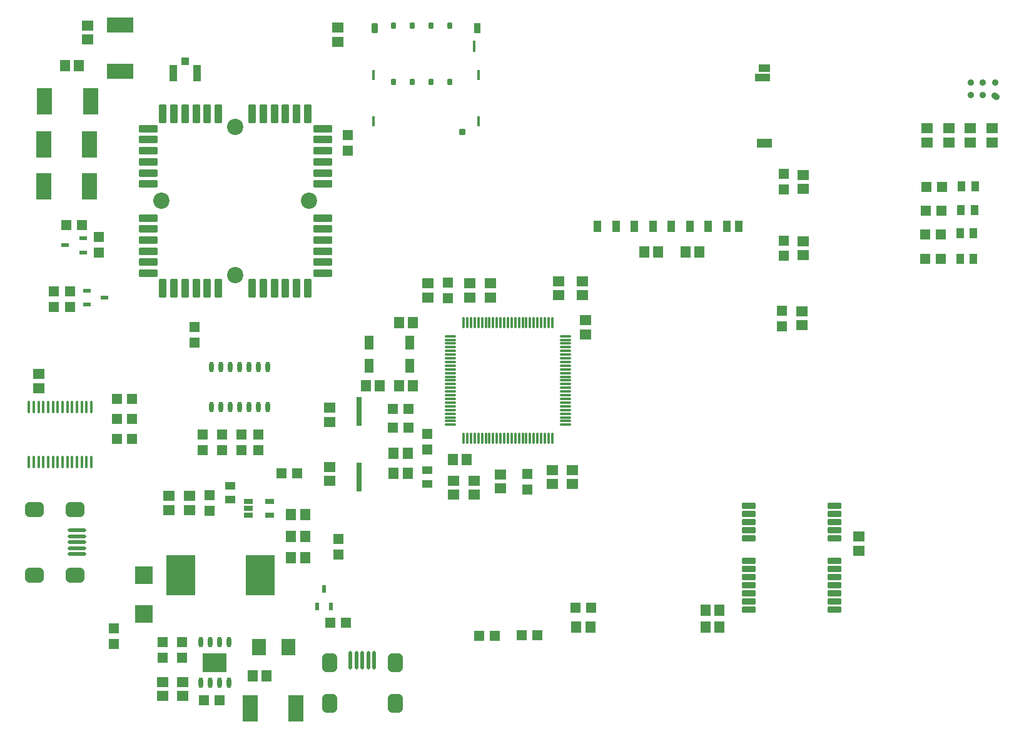
<source format=gtp>
G04 Layer_Color=8421504*
%FSLAX44Y44*%
%MOMM*%
G71*
G01*
G75*
%ADD11R,1.3500X1.4500*%
%ADD12R,1.4500X1.3500*%
G04:AMPARAMS|DCode=13|XSize=2mm|YSize=2.5mm|CornerRadius=0.5mm|HoleSize=0mm|Usage=FLASHONLY|Rotation=0.000|XOffset=0mm|YOffset=0mm|HoleType=Round|Shape=RoundedRectangle|*
%AMROUNDEDRECTD13*
21,1,2.0000,1.5000,0,0,0.0*
21,1,1.0000,2.5000,0,0,0.0*
1,1,1.0000,0.5000,-0.7500*
1,1,1.0000,-0.5000,-0.7500*
1,1,1.0000,-0.5000,0.7500*
1,1,1.0000,0.5000,0.7500*
%
%ADD13ROUNDEDRECTD13*%
%ADD14O,0.5000X2.5000*%
%ADD15R,1.0000X1.6000*%
%ADD16R,2.0000X1.2000*%
%ADD17R,1.5500X1.0000*%
%ADD18R,2.0000X1.0000*%
%ADD19R,3.5500X2.1500*%
%ADD20R,1.4000X1.5500*%
%ADD21R,1.5500X1.4000*%
%ADD22R,2.4500X2.4000*%
%ADD23R,2.1500X3.5500*%
%ADD24R,1.9500X2.2500*%
%ADD25R,3.9500X5.5000*%
G04:AMPARAMS|DCode=26|XSize=0.8mm|YSize=1.8mm|CornerRadius=0.1mm|HoleSize=0mm|Usage=FLASHONLY|Rotation=270.000|XOffset=0mm|YOffset=0mm|HoleType=Round|Shape=RoundedRectangle|*
%AMROUNDEDRECTD26*
21,1,0.8000,1.6000,0,0,270.0*
21,1,0.6000,1.8000,0,0,270.0*
1,1,0.2000,-0.8000,-0.3000*
1,1,0.2000,-0.8000,0.3000*
1,1,0.2000,0.8000,0.3000*
1,1,0.2000,0.8000,-0.3000*
%
%ADD26ROUNDEDRECTD26*%
%ADD27R,1.0000X0.6000*%
G04:AMPARAMS|DCode=28|XSize=2.5mm|YSize=1mm|CornerRadius=0.125mm|HoleSize=0mm|Usage=FLASHONLY|Rotation=90.000|XOffset=0mm|YOffset=0mm|HoleType=Round|Shape=RoundedRectangle|*
%AMROUNDEDRECTD28*
21,1,2.5000,0.7500,0,0,90.0*
21,1,2.2500,1.0000,0,0,90.0*
1,1,0.2500,0.3750,1.1250*
1,1,0.2500,0.3750,-1.1250*
1,1,0.2500,-0.3750,-1.1250*
1,1,0.2500,-0.3750,1.1250*
%
%ADD28ROUNDEDRECTD28*%
G04:AMPARAMS|DCode=29|XSize=2.5mm|YSize=1mm|CornerRadius=0.125mm|HoleSize=0mm|Usage=FLASHONLY|Rotation=180.000|XOffset=0mm|YOffset=0mm|HoleType=Round|Shape=RoundedRectangle|*
%AMROUNDEDRECTD29*
21,1,2.5000,0.7500,0,0,180.0*
21,1,2.2500,1.0000,0,0,180.0*
1,1,0.2500,-1.1250,0.3750*
1,1,0.2500,1.1250,0.3750*
1,1,0.2500,1.1250,-0.3750*
1,1,0.2500,-1.1250,-0.3750*
%
%ADD29ROUNDEDRECTD29*%
%ADD30C,2.2000*%
%ADD31O,0.6000X1.4500*%
%ADD32R,3.2000X2.5100*%
%ADD33R,1.2000X0.6500*%
G04:AMPARAMS|DCode=34|XSize=1.5mm|YSize=0.4mm|CornerRadius=0.05mm|HoleSize=0mm|Usage=FLASHONLY|Rotation=90.000|XOffset=0mm|YOffset=0mm|HoleType=Round|Shape=RoundedRectangle|*
%AMROUNDEDRECTD34*
21,1,1.5000,0.3000,0,0,90.0*
21,1,1.4000,0.4000,0,0,90.0*
1,1,0.1000,0.1500,0.7000*
1,1,0.1000,0.1500,-0.7000*
1,1,0.1000,-0.1500,-0.7000*
1,1,0.1000,-0.1500,0.7000*
%
%ADD34ROUNDEDRECTD34*%
G04:AMPARAMS|DCode=35|XSize=0.8mm|YSize=0.8mm|CornerRadius=0.1mm|HoleSize=0mm|Usage=FLASHONLY|Rotation=90.000|XOffset=0mm|YOffset=0mm|HoleType=Round|Shape=RoundedRectangle|*
%AMROUNDEDRECTD35*
21,1,0.8000,0.6000,0,0,90.0*
21,1,0.6000,0.8000,0,0,90.0*
1,1,0.2000,0.3000,0.3000*
1,1,0.2000,0.3000,-0.3000*
1,1,0.2000,-0.3000,-0.3000*
1,1,0.2000,-0.3000,0.3000*
%
%ADD35ROUNDEDRECTD35*%
G04:AMPARAMS|DCode=36|XSize=1.4mm|YSize=0.87mm|CornerRadius=0.1088mm|HoleSize=0mm|Usage=FLASHONLY|Rotation=90.000|XOffset=0mm|YOffset=0mm|HoleType=Round|Shape=RoundedRectangle|*
%AMROUNDEDRECTD36*
21,1,1.4000,0.6525,0,0,90.0*
21,1,1.1825,0.8700,0,0,90.0*
1,1,0.2175,0.3262,0.5913*
1,1,0.2175,0.3262,-0.5913*
1,1,0.2175,-0.3262,-0.5913*
1,1,0.2175,-0.3262,0.5913*
%
%ADD36ROUNDEDRECTD36*%
G04:AMPARAMS|DCode=37|XSize=1.4mm|YSize=0.42mm|CornerRadius=0.0525mm|HoleSize=0mm|Usage=FLASHONLY|Rotation=90.000|XOffset=0mm|YOffset=0mm|HoleType=Round|Shape=RoundedRectangle|*
%AMROUNDEDRECTD37*
21,1,1.4000,0.3150,0,0,90.0*
21,1,1.2950,0.4200,0,0,90.0*
1,1,0.1050,0.1575,0.6475*
1,1,0.1050,0.1575,-0.6475*
1,1,0.1050,-0.1575,-0.6475*
1,1,0.1050,-0.1575,0.6475*
%
%ADD37ROUNDEDRECTD37*%
G04:AMPARAMS|DCode=38|XSize=1.4mm|YSize=0.8mm|CornerRadius=0.1mm|HoleSize=0mm|Usage=FLASHONLY|Rotation=90.000|XOffset=0mm|YOffset=0mm|HoleType=Round|Shape=RoundedRectangle|*
%AMROUNDEDRECTD38*
21,1,1.4000,0.6000,0,0,90.0*
21,1,1.2000,0.8000,0,0,90.0*
1,1,0.2000,0.3000,0.6000*
1,1,0.2000,0.3000,-0.6000*
1,1,0.2000,-0.3000,-0.6000*
1,1,0.2000,-0.3000,0.6000*
%
%ADD38ROUNDEDRECTD38*%
G04:AMPARAMS|DCode=39|XSize=0.6mm|YSize=0.8mm|CornerRadius=0.075mm|HoleSize=0mm|Usage=FLASHONLY|Rotation=180.000|XOffset=0mm|YOffset=0mm|HoleType=Round|Shape=RoundedRectangle|*
%AMROUNDEDRECTD39*
21,1,0.6000,0.6500,0,0,180.0*
21,1,0.4500,0.8000,0,0,180.0*
1,1,0.1500,-0.2250,0.3250*
1,1,0.1500,0.2250,0.3250*
1,1,0.1500,0.2250,-0.3250*
1,1,0.1500,-0.2250,-0.3250*
%
%ADD39ROUNDEDRECTD39*%
%ADD40O,2.5000X0.5000*%
G04:AMPARAMS|DCode=41|XSize=2mm|YSize=2.5mm|CornerRadius=0.5mm|HoleSize=0mm|Usage=FLASHONLY|Rotation=270.000|XOffset=0mm|YOffset=0mm|HoleType=Round|Shape=RoundedRectangle|*
%AMROUNDEDRECTD41*
21,1,2.0000,1.5000,0,0,270.0*
21,1,1.0000,2.5000,0,0,270.0*
1,1,1.0000,-0.7500,-0.5000*
1,1,1.0000,-0.7500,0.5000*
1,1,1.0000,0.7500,0.5000*
1,1,1.0000,0.7500,-0.5000*
%
%ADD41ROUNDEDRECTD41*%
G04:AMPARAMS|DCode=42|XSize=1.05mm|YSize=2.2mm|CornerRadius=0.0525mm|HoleSize=0mm|Usage=FLASHONLY|Rotation=180.000|XOffset=0mm|YOffset=0mm|HoleType=Round|Shape=RoundedRectangle|*
%AMROUNDEDRECTD42*
21,1,1.0500,2.0950,0,0,180.0*
21,1,0.9450,2.2000,0,0,180.0*
1,1,0.1050,-0.4725,1.0475*
1,1,0.1050,0.4725,1.0475*
1,1,0.1050,0.4725,-1.0475*
1,1,0.1050,-0.4725,-1.0475*
%
%ADD42ROUNDEDRECTD42*%
G04:AMPARAMS|DCode=43|XSize=1.1mm|YSize=1.1mm|CornerRadius=0.11mm|HoleSize=0mm|Usage=FLASHONLY|Rotation=180.000|XOffset=0mm|YOffset=0mm|HoleType=Round|Shape=RoundedRectangle|*
%AMROUNDEDRECTD43*
21,1,1.1000,0.8800,0,0,180.0*
21,1,0.8800,1.1000,0,0,180.0*
1,1,0.2200,-0.4400,0.4400*
1,1,0.2200,0.4400,0.4400*
1,1,0.2200,0.4400,-0.4400*
1,1,0.2200,-0.4400,-0.4400*
%
%ADD43ROUNDEDRECTD43*%
%ADD44R,0.6500X4.0000*%
%ADD45R,1.3000X1.9000*%
%ADD46O,0.3500X1.6500*%
%ADD47O,1.6500X0.3500*%
%ADD48O,0.3000X1.8500*%
%ADD49R,1.4000X1.0000*%
%ADD50R,1.0000X1.4000*%
%ADD51R,0.6000X1.0000*%
%ADD52C,0.9100*%
D11*
X1569500Y1030000D02*
D03*
X1548500D02*
D03*
X1569500Y1057000D02*
D03*
X1548500D02*
D03*
X1569500Y1084000D02*
D03*
X1548500D02*
D03*
X2096500Y764000D02*
D03*
X2117500D02*
D03*
X1943500Y1070500D02*
D03*
X1922500D02*
D03*
Y1045000D02*
D03*
X1943500D02*
D03*
X2169500Y801000D02*
D03*
X2190500D02*
D03*
X2642500Y1274000D02*
D03*
X2663500D02*
D03*
X2663500Y1307000D02*
D03*
X2642500D02*
D03*
X2643500Y1339000D02*
D03*
X2664500D02*
D03*
X2644500Y1371000D02*
D03*
X2665500D02*
D03*
X1771500Y983000D02*
D03*
X1792500D02*
D03*
X1480500Y1319000D02*
D03*
X1501500D02*
D03*
X1687500Y676000D02*
D03*
X1666500D02*
D03*
X2039500Y763000D02*
D03*
X2060500D02*
D03*
X1837500Y781000D02*
D03*
X1858500D02*
D03*
D12*
X1849000Y894500D02*
D03*
Y873500D02*
D03*
X1545000Y773500D02*
D03*
Y752500D02*
D03*
X2449000Y1203500D02*
D03*
Y1182500D02*
D03*
X1997000Y1241500D02*
D03*
Y1220500D02*
D03*
X2451000Y1298500D02*
D03*
Y1277500D02*
D03*
X2451000Y1388500D02*
D03*
Y1367500D02*
D03*
X1969000Y1036500D02*
D03*
Y1015500D02*
D03*
X2104000Y982500D02*
D03*
Y961500D02*
D03*
X1524000Y1303500D02*
D03*
Y1282500D02*
D03*
X1691000Y1014500D02*
D03*
Y1035500D02*
D03*
X1665000Y1035500D02*
D03*
Y1014500D02*
D03*
X1654000Y1160500D02*
D03*
Y1181500D02*
D03*
X1717000Y1035500D02*
D03*
Y1014500D02*
D03*
X1740000D02*
D03*
Y1035500D02*
D03*
X1485000Y1208500D02*
D03*
Y1229500D02*
D03*
X1463000D02*
D03*
Y1208500D02*
D03*
X1611000Y754500D02*
D03*
Y733500D02*
D03*
X1637000Y754500D02*
D03*
Y733500D02*
D03*
X1674000Y953500D02*
D03*
Y932500D02*
D03*
X1861000Y1441500D02*
D03*
Y1420500D02*
D03*
D13*
X1925500Y672000D02*
D03*
X1836500D02*
D03*
X1925500Y727000D02*
D03*
X1836500D02*
D03*
D14*
X1865000Y730000D02*
D03*
X1873000D02*
D03*
X1881000D02*
D03*
X1889000D02*
D03*
X1897000D02*
D03*
D15*
X2199200Y1318000D02*
D03*
X2390800D02*
D03*
X2374300D02*
D03*
X2349300D02*
D03*
X2324300D02*
D03*
X2299300D02*
D03*
X2274200D02*
D03*
X2249200D02*
D03*
X2224200D02*
D03*
D16*
X2425000Y1430000D02*
D03*
D17*
Y1532000D02*
D03*
D18*
X2423000Y1519000D02*
D03*
D19*
X1553000Y1528000D02*
D03*
Y1590000D02*
D03*
D20*
X2318500Y1283000D02*
D03*
X2337500D02*
D03*
X2281500D02*
D03*
X2262500D02*
D03*
X2170500Y775000D02*
D03*
X2189500D02*
D03*
X1885500Y1102000D02*
D03*
X1904500D02*
D03*
X2022500Y1002000D02*
D03*
X2003500D02*
D03*
X1923500Y983000D02*
D03*
X1942500D02*
D03*
X1923500Y1010000D02*
D03*
X1942500D02*
D03*
X1930500Y1187000D02*
D03*
X1949500D02*
D03*
X1930500Y1102000D02*
D03*
X1949500D02*
D03*
X2345500Y775000D02*
D03*
X2364500D02*
D03*
X2345500Y798000D02*
D03*
X2364500D02*
D03*
X1803500Y869000D02*
D03*
X1784500D02*
D03*
X1803500Y898000D02*
D03*
X1784500D02*
D03*
X1803500Y927000D02*
D03*
X1784500D02*
D03*
X1751500Y709000D02*
D03*
X1732500D02*
D03*
X1478500Y1535000D02*
D03*
X1497500D02*
D03*
D21*
X2476000Y1183500D02*
D03*
Y1202500D02*
D03*
X2478000Y1368500D02*
D03*
Y1387500D02*
D03*
X1836500Y992000D02*
D03*
Y973000D02*
D03*
X2165000Y968500D02*
D03*
Y987500D02*
D03*
X2183000Y1190500D02*
D03*
Y1171500D02*
D03*
X2026000Y1240500D02*
D03*
Y1221500D02*
D03*
X2068000Y962500D02*
D03*
Y981500D02*
D03*
X2054000Y1240500D02*
D03*
Y1221500D02*
D03*
X2147000Y1243500D02*
D03*
Y1224500D02*
D03*
X2179000Y1243500D02*
D03*
Y1224500D02*
D03*
X2138000Y968500D02*
D03*
Y987500D02*
D03*
X2004000Y973500D02*
D03*
Y954500D02*
D03*
X2032000Y973500D02*
D03*
Y954500D02*
D03*
X1970000Y1240500D02*
D03*
Y1221500D02*
D03*
X2553000Y878500D02*
D03*
Y897500D02*
D03*
X2645000Y1431500D02*
D03*
Y1450500D02*
D03*
X1638000Y681500D02*
D03*
Y700500D02*
D03*
X1611000Y681500D02*
D03*
Y700500D02*
D03*
X1848000Y1567500D02*
D03*
Y1586500D02*
D03*
X1509000Y1589500D02*
D03*
Y1570500D02*
D03*
X1443000Y1117500D02*
D03*
Y1098500D02*
D03*
X1619000Y952500D02*
D03*
Y933500D02*
D03*
X1647000Y952500D02*
D03*
Y933500D02*
D03*
X1836500Y1053000D02*
D03*
Y1072000D02*
D03*
X2675000Y1431500D02*
D03*
Y1450500D02*
D03*
X2704000Y1431500D02*
D03*
Y1450500D02*
D03*
X2733000Y1431500D02*
D03*
Y1450500D02*
D03*
X2478000Y1278500D02*
D03*
Y1297500D02*
D03*
D22*
X1585000Y845000D02*
D03*
Y793000D02*
D03*
D23*
X1791000Y665000D02*
D03*
X1729000D02*
D03*
X1513000Y1487000D02*
D03*
X1451000D02*
D03*
X1512000Y1429000D02*
D03*
X1450000D02*
D03*
X1512000Y1372000D02*
D03*
X1450000D02*
D03*
D24*
X1781250Y748000D02*
D03*
X1740750D02*
D03*
D25*
X1635250Y845000D02*
D03*
X1742750D02*
D03*
D26*
X2520000Y799000D02*
D03*
Y810000D02*
D03*
Y821000D02*
D03*
Y832000D02*
D03*
Y843000D02*
D03*
Y854000D02*
D03*
Y865000D02*
D03*
Y895000D02*
D03*
Y906000D02*
D03*
Y917000D02*
D03*
Y928000D02*
D03*
Y939000D02*
D03*
X2404000D02*
D03*
Y928000D02*
D03*
Y917000D02*
D03*
Y906000D02*
D03*
Y895000D02*
D03*
Y865000D02*
D03*
Y854000D02*
D03*
Y843000D02*
D03*
Y832000D02*
D03*
Y821000D02*
D03*
Y810000D02*
D03*
Y799000D02*
D03*
D27*
X1503000Y1282500D02*
D03*
Y1301500D02*
D03*
X1479000Y1292000D02*
D03*
X1508000Y1230500D02*
D03*
Y1211500D02*
D03*
X1532000Y1221000D02*
D03*
D28*
X1807000Y1470000D02*
D03*
X1792000D02*
D03*
X1777000D02*
D03*
X1762000D02*
D03*
X1747000D02*
D03*
X1732000D02*
D03*
X1686000D02*
D03*
X1671000D02*
D03*
X1656000D02*
D03*
X1641000D02*
D03*
X1626000D02*
D03*
X1611000D02*
D03*
X1807000Y1234000D02*
D03*
X1792000D02*
D03*
X1777000D02*
D03*
X1762000D02*
D03*
X1747000D02*
D03*
X1732000D02*
D03*
X1686000D02*
D03*
X1671000D02*
D03*
X1656000D02*
D03*
X1641000D02*
D03*
X1626000D02*
D03*
X1611000D02*
D03*
D29*
X1827000Y1450000D02*
D03*
Y1435000D02*
D03*
Y1420000D02*
D03*
Y1405000D02*
D03*
Y1390000D02*
D03*
Y1375000D02*
D03*
Y1329000D02*
D03*
Y1314000D02*
D03*
Y1299000D02*
D03*
Y1284000D02*
D03*
Y1269000D02*
D03*
Y1254000D02*
D03*
X1591000D02*
D03*
Y1269000D02*
D03*
Y1284000D02*
D03*
Y1299000D02*
D03*
Y1314000D02*
D03*
Y1329000D02*
D03*
Y1375000D02*
D03*
Y1390000D02*
D03*
Y1405000D02*
D03*
Y1420000D02*
D03*
Y1435000D02*
D03*
Y1450000D02*
D03*
D30*
X1609000Y1352000D02*
D03*
X1709000Y1252000D02*
D03*
X1809000Y1352000D02*
D03*
X1709000Y1452000D02*
D03*
D31*
X1700050Y754250D02*
D03*
X1687350D02*
D03*
X1674650D02*
D03*
X1661950D02*
D03*
X1700050Y699750D02*
D03*
X1687350D02*
D03*
X1674650D02*
D03*
X1661950D02*
D03*
X1676900Y1072750D02*
D03*
X1689600D02*
D03*
X1702300D02*
D03*
X1715000D02*
D03*
X1727700D02*
D03*
X1740400D02*
D03*
X1753100D02*
D03*
X1676900Y1127250D02*
D03*
X1689600D02*
D03*
X1702300D02*
D03*
X1715000D02*
D03*
X1727700D02*
D03*
X1740400D02*
D03*
X1753100D02*
D03*
D32*
X1681000Y727000D02*
D03*
D33*
X1755750Y945500D02*
D03*
Y926500D02*
D03*
X1726250D02*
D03*
Y936000D02*
D03*
Y945500D02*
D03*
D34*
X2032200Y1561200D02*
D03*
D35*
X2016600Y1445900D02*
D03*
D36*
X2036300Y1585900D02*
D03*
D37*
X2038000Y1522400D02*
D03*
Y1459800D02*
D03*
X1895700D02*
D03*
Y1522400D02*
D03*
D38*
X1897300Y1585900D02*
D03*
D39*
X1999200Y1589200D02*
D03*
X1973800D02*
D03*
X1948400D02*
D03*
X1923000D02*
D03*
X1999200Y1513000D02*
D03*
X1973800D02*
D03*
X1948400D02*
D03*
X1923000D02*
D03*
D40*
X1495000Y874000D02*
D03*
Y882000D02*
D03*
Y890000D02*
D03*
Y898000D02*
D03*
Y906000D02*
D03*
D41*
X1492000Y934500D02*
D03*
Y845500D02*
D03*
X1437000Y934500D02*
D03*
Y845500D02*
D03*
D42*
X1625000Y1525000D02*
D03*
X1657000D02*
D03*
D43*
X1641000Y1541000D02*
D03*
D44*
X1876500Y1067000D02*
D03*
Y978000D02*
D03*
D45*
X1945000Y1160500D02*
D03*
X1890000D02*
D03*
X1945000Y1128500D02*
D03*
X1890000D02*
D03*
D46*
X2018000Y1187250D02*
D03*
X2023000D02*
D03*
X2028000D02*
D03*
X2033000D02*
D03*
X2038000D02*
D03*
X2043000D02*
D03*
X2048000D02*
D03*
X2053000D02*
D03*
X2058000D02*
D03*
X2063000D02*
D03*
X2068000D02*
D03*
X2073000D02*
D03*
X2078000D02*
D03*
X2083000D02*
D03*
X2088000D02*
D03*
X2093000D02*
D03*
X2098000D02*
D03*
X2103000D02*
D03*
X2108000D02*
D03*
X2113000D02*
D03*
X2118000D02*
D03*
X2123000D02*
D03*
X2128000D02*
D03*
X2133000D02*
D03*
X2138000D02*
D03*
Y1030750D02*
D03*
X2133000D02*
D03*
X2128000D02*
D03*
X2123000D02*
D03*
X2118000D02*
D03*
X2113000D02*
D03*
X2108000D02*
D03*
X2103000D02*
D03*
X2098000D02*
D03*
X2093000D02*
D03*
X2088000D02*
D03*
X2083000D02*
D03*
X2078000D02*
D03*
X2073000D02*
D03*
X2068000D02*
D03*
X2063000D02*
D03*
X2058000D02*
D03*
X2053000D02*
D03*
X2048000D02*
D03*
X2043000D02*
D03*
X2038000D02*
D03*
X2033000D02*
D03*
X2028000D02*
D03*
X2023000D02*
D03*
X2018000D02*
D03*
D47*
X2156250Y1169000D02*
D03*
Y1164000D02*
D03*
Y1159000D02*
D03*
Y1154000D02*
D03*
Y1149000D02*
D03*
Y1144000D02*
D03*
Y1139000D02*
D03*
Y1134000D02*
D03*
Y1129000D02*
D03*
Y1124000D02*
D03*
Y1119000D02*
D03*
Y1114000D02*
D03*
Y1109000D02*
D03*
Y1104000D02*
D03*
Y1099000D02*
D03*
Y1094000D02*
D03*
Y1089000D02*
D03*
Y1084000D02*
D03*
Y1079000D02*
D03*
Y1074000D02*
D03*
Y1069000D02*
D03*
Y1064000D02*
D03*
Y1059000D02*
D03*
Y1054000D02*
D03*
Y1049000D02*
D03*
X1999750D02*
D03*
Y1054000D02*
D03*
Y1059000D02*
D03*
Y1064000D02*
D03*
Y1069000D02*
D03*
Y1074000D02*
D03*
Y1079000D02*
D03*
Y1084000D02*
D03*
Y1089000D02*
D03*
Y1094000D02*
D03*
Y1099000D02*
D03*
Y1104000D02*
D03*
Y1109000D02*
D03*
Y1114000D02*
D03*
Y1119000D02*
D03*
Y1124000D02*
D03*
Y1129000D02*
D03*
Y1134000D02*
D03*
Y1139000D02*
D03*
Y1144000D02*
D03*
Y1149000D02*
D03*
Y1154000D02*
D03*
Y1159000D02*
D03*
Y1164000D02*
D03*
Y1169000D02*
D03*
D48*
X1514250Y1073250D02*
D03*
X1507750D02*
D03*
X1501250D02*
D03*
X1494750D02*
D03*
X1488250D02*
D03*
X1481750D02*
D03*
X1475250D02*
D03*
X1468750D02*
D03*
X1462250D02*
D03*
X1455750D02*
D03*
X1449250D02*
D03*
X1442750D02*
D03*
X1436250D02*
D03*
X1429750D02*
D03*
X1514250Y998750D02*
D03*
X1507750D02*
D03*
X1501250D02*
D03*
X1494750D02*
D03*
X1488250D02*
D03*
X1481750D02*
D03*
X1475250D02*
D03*
X1468750D02*
D03*
X1462250D02*
D03*
X1455750D02*
D03*
X1449250D02*
D03*
X1442750D02*
D03*
X1436250D02*
D03*
X1429750D02*
D03*
D49*
X1969000Y968750D02*
D03*
Y987250D02*
D03*
X1702000Y947750D02*
D03*
Y966250D02*
D03*
D50*
X2710250Y1372000D02*
D03*
X2691750D02*
D03*
X2690750Y1340000D02*
D03*
X2709250D02*
D03*
X2708250Y1308000D02*
D03*
X2689750D02*
D03*
X2689750Y1274000D02*
D03*
X2708250D02*
D03*
D51*
X1829000Y827000D02*
D03*
X1838500Y803000D02*
D03*
X1819500D02*
D03*
D52*
X2739000Y1493000D02*
D03*
X2704500Y1495750D02*
D03*
Y1512250D02*
D03*
X2721000Y1495750D02*
D03*
Y1512250D02*
D03*
X2737000Y1495000D02*
D03*
X2737500Y1512250D02*
D03*
M02*

</source>
